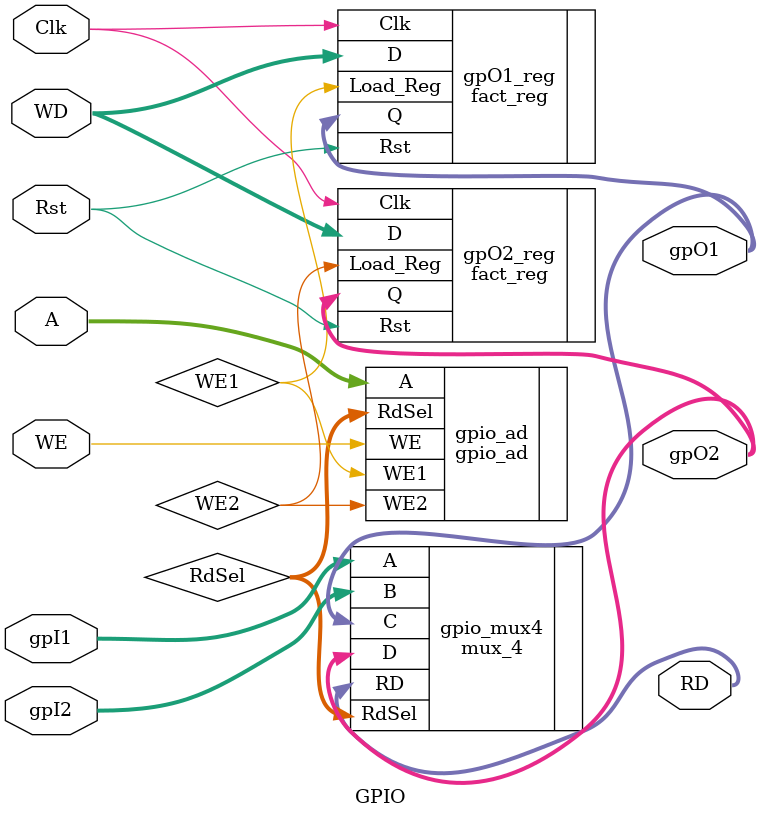
<source format=v>
`timescale 1ns / 1ps
module GPIO(
        input   wire    [1:0]   A,
        input   wire            WE,
        input   wire    [31:0]  gpI1, gpI2,
        input   wire    [31:0]  WD,
        input   wire            Rst, Clk,
        output          [31:0]  gpO1, gpO2, 
        output          [31:0]  RD
    );
    
    wire            WE1, WE2;
    wire    [1:0]   RdSel;
    
    gpio_ad gpio_ad (
        .A(A),
        .WE(WE),
        .WE1(WE1),
        .WE2(WE2),
        .RdSel(RdSel)
    );
    
    fact_reg gpO1_reg (
        .D(WD),
        .Clk(Clk),
        .Rst(Rst),
        .Load_Reg(WE1),
        .Q(gpO1)
    );
    
    fact_reg gpO2_reg (
        .D(WD),
        .Clk(Clk),
        .Rst(Rst),
        .Load_Reg(WE2),
        .Q(gpO2)
    );
    
    mux_4 gpio_mux4(
        .A(gpI1),
        .B(gpI2),
        .C(gpO1),
        .D(gpO2),
        .RdSel(RdSel),
        .RD(RD)
    );
endmodule
</source>
